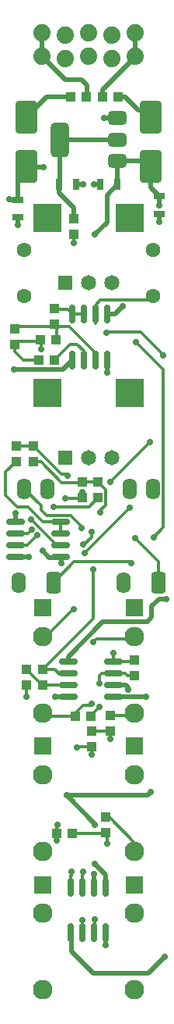
<source format=gbr>
%TF.GenerationSoftware,KiCad,Pcbnew,9.0.6*%
%TF.CreationDate,2025-12-14T16:09:08-05:00*%
%TF.ProjectId,active-vactrol-vca-board,61637469-7665-42d7-9661-6374726f6c2d,rev?*%
%TF.SameCoordinates,Original*%
%TF.FileFunction,Copper,L4,Bot*%
%TF.FilePolarity,Positive*%
%FSLAX46Y46*%
G04 Gerber Fmt 4.6, Leading zero omitted, Abs format (unit mm)*
G04 Created by KiCad (PCBNEW 9.0.6) date 2025-12-14 16:09:08*
%MOMM*%
%LPD*%
G01*
G04 APERTURE LIST*
G04 Aperture macros list*
%AMRoundRect*
0 Rectangle with rounded corners*
0 $1 Rounding radius*
0 $2 $3 $4 $5 $6 $7 $8 $9 X,Y pos of 4 corners*
0 Add a 4 corners polygon primitive as box body*
4,1,4,$2,$3,$4,$5,$6,$7,$8,$9,$2,$3,0*
0 Add four circle primitives for the rounded corners*
1,1,$1+$1,$2,$3*
1,1,$1+$1,$4,$5*
1,1,$1+$1,$6,$7*
1,1,$1+$1,$8,$9*
0 Add four rect primitives between the rounded corners*
20,1,$1+$1,$2,$3,$4,$5,0*
20,1,$1+$1,$4,$5,$6,$7,0*
20,1,$1+$1,$6,$7,$8,$9,0*
20,1,$1+$1,$8,$9,$2,$3,0*%
G04 Aperture macros list end*
%TA.AperFunction,SMDPad,CuDef*%
%ADD10R,1.000000X1.000000*%
%TD*%
%TA.AperFunction,ComponentPad*%
%ADD11R,1.930000X1.830000*%
%TD*%
%TA.AperFunction,ComponentPad*%
%ADD12C,2.130000*%
%TD*%
%TA.AperFunction,ComponentPad*%
%ADD13R,1.650000X1.650000*%
%TD*%
%TA.AperFunction,ComponentPad*%
%ADD14C,1.650000*%
%TD*%
%TA.AperFunction,ComponentPad*%
%ADD15R,3.116000X3.116000*%
%TD*%
%TA.AperFunction,ComponentPad*%
%ADD16RoundRect,0.249630X0.535370X-0.895370X0.535370X0.895370X-0.535370X0.895370X-0.535370X-0.895370X0*%
%TD*%
%TA.AperFunction,ComponentPad*%
%ADD17O,1.570000X2.290000*%
%TD*%
%TA.AperFunction,SMDPad,CuDef*%
%ADD18RoundRect,0.250000X-0.900000X1.500000X-0.900000X-1.500000X0.900000X-1.500000X0.900000X1.500000X0*%
%TD*%
%TA.AperFunction,SMDPad,CuDef*%
%ADD19R,0.700000X1.300000*%
%TD*%
%TA.AperFunction,SMDPad,CuDef*%
%ADD20R,1.300000X0.700000*%
%TD*%
%TA.AperFunction,SMDPad,CuDef*%
%ADD21RoundRect,0.150000X-0.150000X0.825000X-0.150000X-0.825000X0.150000X-0.825000X0.150000X0.825000X0*%
%TD*%
%TA.AperFunction,SMDPad,CuDef*%
%ADD22RoundRect,0.150000X0.825000X0.150000X-0.825000X0.150000X-0.825000X-0.150000X0.825000X-0.150000X0*%
%TD*%
%TA.AperFunction,ComponentPad*%
%ADD23C,1.600000*%
%TD*%
%TA.AperFunction,SMDPad,CuDef*%
%ADD24RoundRect,0.250000X0.900000X-1.500000X0.900000X1.500000X-0.900000X1.500000X-0.900000X-1.500000X0*%
%TD*%
%TA.AperFunction,ComponentPad*%
%ADD25C,1.879600*%
%TD*%
%TA.AperFunction,SMDPad,CuDef*%
%ADD26RoundRect,0.375000X0.625000X0.375000X-0.625000X0.375000X-0.625000X-0.375000X0.625000X-0.375000X0*%
%TD*%
%TA.AperFunction,SMDPad,CuDef*%
%ADD27RoundRect,0.500000X0.500000X1.400000X-0.500000X1.400000X-0.500000X-1.400000X0.500000X-1.400000X0*%
%TD*%
%TA.AperFunction,ViaPad*%
%ADD28C,0.700000*%
%TD*%
%TA.AperFunction,Conductor*%
%ADD29C,0.500000*%
%TD*%
%TA.AperFunction,Conductor*%
%ADD30C,0.300000*%
%TD*%
G04 APERTURE END LIST*
D10*
%TO.P,L2,1,1*%
%TO.N,/-12V_In*%
X109750000Y-119900000D03*
%TO.P,L2,2,2*%
%TO.N,Net-(D2-K)*%
X108050000Y-119900000D03*
%TD*%
%TO.P,L1,1,1*%
%TO.N,/+12V_In*%
X111550000Y-119900000D03*
%TO.P,L1,2,2*%
%TO.N,Net-(D1-A)*%
X113250000Y-119900000D03*
%TD*%
D11*
%TO.P,J1,S*%
%TO.N,GND*%
X105000000Y-175270000D03*
D12*
%TO.P,J1,T*%
%TO.N,L_CV_INPUT*%
X105000000Y-186670000D03*
%TO.P,J1,TN*%
%TO.N,Net-(J1-PadTN)*%
X105000000Y-178370000D03*
%TD*%
D11*
%TO.P,J3,S*%
%TO.N,GND*%
X105000000Y-205270000D03*
D12*
%TO.P,J3,T*%
%TO.N,L_OUTPUT*%
X105000000Y-216670000D03*
%TO.P,J3,TN*%
%TO.N,unconnected-(J3-PadTN)*%
X105000000Y-208370000D03*
%TD*%
D11*
%TO.P,J2,S*%
%TO.N,GND*%
X105000000Y-190270000D03*
D12*
%TO.P,J2,T*%
%TO.N,/Left Gate/L_IN_UNBUFFERED*%
X105000000Y-201670000D03*
%TO.P,J2,TN*%
%TO.N,unconnected-(J2-PadTN)*%
X105000000Y-193370000D03*
%TD*%
D13*
%TO.P,RV2,1,1*%
%TO.N,/Right Gate/R_CV_BUFFERED*%
X107500000Y-159000000D03*
D14*
%TO.P,RV2,2,2*%
%TO.N,/Right Gate/R_CV_ATTENUATED*%
X110000000Y-159000000D03*
%TO.P,RV2,3,3*%
%TO.N,GND*%
X112500000Y-159000000D03*
D15*
%TO.P,RV2,CHASSIS1*%
%TO.N,N/C*%
X105500000Y-152000000D03*
%TO.P,RV2,CHASSIS2*%
X114500000Y-152000000D03*
%TD*%
D11*
%TO.P,J4,S*%
%TO.N,GND*%
X115000000Y-175270000D03*
D12*
%TO.P,J4,T*%
%TO.N,/Right Gate/R_CV_IN_UNBUFFERED*%
X115000000Y-186670000D03*
%TO.P,J4,TN*%
%TO.N,L_CV_INPUT*%
X115000000Y-178370000D03*
%TD*%
D16*
%TO.P,U6,1,A*%
%TO.N,/Right Gate/R_CV_ATTENUATED*%
X117660000Y-172500000D03*
D17*
%TO.P,U6,2,K*%
%TO.N,GND*%
X113850000Y-172500000D03*
%TO.P,U6,3,R*%
%TO.N,/Right Gate/R_BUFFERED*%
X114490000Y-162340000D03*
%TO.P,U6,4,R*%
%TO.N,/Right Gate/R_VACTROL_OUTPUT*%
X117020000Y-162340000D03*
%TD*%
D13*
%TO.P,RV1,1,1*%
%TO.N,/Left Gate/L_CV_BUFFERED*%
X107500000Y-140000000D03*
D14*
%TO.P,RV1,2,2*%
%TO.N,/Left Gate/L_CV_ATTENUATED*%
X110000000Y-140000000D03*
%TO.P,RV1,3,3*%
%TO.N,GND*%
X112500000Y-140000000D03*
D15*
%TO.P,RV1,CHASSIS1*%
%TO.N,N/C*%
X105500000Y-133000000D03*
%TO.P,RV1,CHASSIS2*%
X114500000Y-133000000D03*
%TD*%
D11*
%TO.P,J6,S*%
%TO.N,GND*%
X115000000Y-205270000D03*
D12*
%TO.P,J6,T*%
%TO.N,/Right Gate/R_OUT_BUFFERED*%
X115000000Y-216670000D03*
%TO.P,J6,TN*%
%TO.N,unconnected-(J6-PadTN)*%
X115000000Y-208370000D03*
%TD*%
D11*
%TO.P,J5,S*%
%TO.N,GND*%
X115000000Y-190270000D03*
D12*
%TO.P,J5,T*%
%TO.N,/Right Gate/R_IN_UNBUFFERED*%
X115000000Y-201670000D03*
%TO.P,J5,TN*%
%TO.N,L_OUTPUT*%
X115000000Y-193370000D03*
%TD*%
D16*
%TO.P,U5,1,A*%
%TO.N,/Left Gate/L_CV_ATTENUATED*%
X106160000Y-172500000D03*
D17*
%TO.P,U5,2,K*%
%TO.N,GND*%
X102350000Y-172500000D03*
%TO.P,U5,3,R*%
%TO.N,/Left Gate/L_BUFFERED*%
X102990000Y-162340000D03*
%TO.P,U5,4,R*%
%TO.N,/Left Gate/L_VACTROL_OUTPUT*%
X105520000Y-162340000D03*
%TD*%
D10*
%TO.P,R11,1*%
%TO.N,Net-(U3A--)*%
X110300000Y-188650000D03*
%TO.P,R11,2*%
%TO.N,/Right Gate/R_CV_BUFFERED*%
X110300000Y-190350000D03*
%TD*%
D18*
%TO.P,D2,1,K*%
%TO.N,Net-(D2-K)*%
X103250000Y-122050000D03*
%TO.P,D2,2,A*%
%TO.N,-12V*%
X103250000Y-127450000D03*
%TD*%
D10*
%TO.P,R20,1*%
%TO.N,Net-(U2A--)*%
X102100000Y-159400000D03*
%TO.P,R20,2*%
%TO.N,Net-(U2B--)*%
X102100000Y-157700000D03*
%TD*%
%TO.P,R4,1*%
%TO.N,Net-(U1B--)*%
X105000000Y-183600000D03*
%TO.P,R4,2*%
%TO.N,/Left Gate/L_BUFFERED*%
X105000000Y-181900000D03*
%TD*%
D19*
%TO.P,C6,1*%
%TO.N,GND*%
X108650000Y-129400000D03*
%TO.P,C6,2*%
%TO.N,+5V*%
X106750000Y-129400000D03*
%TD*%
D20*
%TO.P,C1,1*%
%TO.N,-12V*%
X102300000Y-131050000D03*
%TO.P,C1,2*%
%TO.N,GND*%
X102300000Y-132950000D03*
%TD*%
D10*
%TO.P,R18,1*%
%TO.N,Net-(R18-Pad1)*%
X106250000Y-148400000D03*
%TO.P,R18,2*%
%TO.N,/Right Gate/R_OUT_BUFFERED*%
X104550000Y-148400000D03*
%TD*%
%TO.P,R13,1*%
%TO.N,Net-(U3B--)*%
X108250000Y-199700000D03*
%TO.P,R13,2*%
%TO.N,/Right Gate/R_BUFFERED*%
X106550000Y-199700000D03*
%TD*%
%TO.P,R8,1*%
%TO.N,Net-(U2B--)*%
X104000000Y-157750000D03*
%TO.P,R8,2*%
%TO.N,L_OUTPUT*%
X104000000Y-159450000D03*
%TD*%
D21*
%TO.P,U4,1*%
%TO.N,Net-(U4A--)*%
X108195000Y-143425000D03*
%TO.P,U4,2,-*%
X109465000Y-143425000D03*
%TO.P,U4,3,+*%
%TO.N,/Right Gate/R_VACTROL_OUTPUT*%
X110735000Y-143425000D03*
%TO.P,U4,4,V-*%
%TO.N,-12V*%
X112005000Y-143425000D03*
%TO.P,U4,5,+*%
%TO.N,GND*%
X112005000Y-148375000D03*
%TO.P,U4,6,-*%
%TO.N,Net-(U4B--)*%
X110735000Y-148375000D03*
%TO.P,U4,7*%
%TO.N,Net-(R18-Pad1)*%
X109465000Y-148375000D03*
%TO.P,U4,8,V+*%
%TO.N,+12V*%
X108195000Y-148375000D03*
%TD*%
D22*
%TO.P,U1,1*%
%TO.N,/Left Gate/L_CV_BUFFERED*%
X112725000Y-181095000D03*
%TO.P,U1,2,-*%
%TO.N,Net-(U1A--)*%
X112725000Y-182365000D03*
%TO.P,U1,3,+*%
%TO.N,GND*%
X112725000Y-183635000D03*
%TO.P,U1,4,V-*%
%TO.N,-12V*%
X112725000Y-184905000D03*
%TO.P,U1,5,+*%
%TO.N,GND*%
X107775000Y-184905000D03*
%TO.P,U1,6,-*%
%TO.N,Net-(U1B--)*%
X107775000Y-183635000D03*
%TO.P,U1,7*%
%TO.N,/Left Gate/L_BUFFERED*%
X107775000Y-182365000D03*
%TO.P,U1,8,V+*%
%TO.N,+12V*%
X107775000Y-181095000D03*
%TD*%
D10*
%TO.P,C5,1*%
%TO.N,L_OUTPUT*%
X109300000Y-161650000D03*
%TO.P,C5,2*%
%TO.N,Net-(U2B--)*%
X109300000Y-163350000D03*
%TD*%
%TO.P,R19,1*%
%TO.N,Net-(U4A--)*%
X106300000Y-142850000D03*
%TO.P,R19,2*%
%TO.N,Net-(U4B--)*%
X106300000Y-144550000D03*
%TD*%
%TO.P,R12,1*%
%TO.N,/Right Gate/R_IN_UNBUFFERED*%
X111900000Y-197950000D03*
%TO.P,R12,2*%
%TO.N,Net-(U3B--)*%
X111900000Y-199650000D03*
%TD*%
D20*
%TO.P,C2,1*%
%TO.N,+12V*%
X117700000Y-130650000D03*
%TO.P,C2,2*%
%TO.N,GND*%
X117700000Y-132550000D03*
%TD*%
D23*
%TO.P,C7,1*%
%TO.N,/Right Gate/R_VACTROL_OUTPUT*%
X117000000Y-141500000D03*
%TO.P,C7,2*%
%TO.N,GND*%
X117000000Y-136500000D03*
%TD*%
D19*
%TO.P,C3,1*%
%TO.N,GND*%
X111250000Y-129400000D03*
%TO.P,C3,2*%
%TO.N,+12V*%
X113150000Y-129400000D03*
%TD*%
D10*
%TO.P,R9,1*%
%TO.N,Net-(R9-Pad1)*%
X111000000Y-163350000D03*
%TO.P,R9,2*%
%TO.N,L_OUTPUT*%
X111000000Y-161650000D03*
%TD*%
D24*
%TO.P,D1,1,K*%
%TO.N,+12V*%
X116750000Y-127450000D03*
%TO.P,D1,2,A*%
%TO.N,Net-(D1-A)*%
X116750000Y-122050000D03*
%TD*%
D25*
%TO.P,PWR1,1,-12V*%
%TO.N,/-12V_In*%
X104920000Y-112960000D03*
%TO.P,PWR1,2,-12V*%
X104920000Y-115500000D03*
%TO.P,PWR1,3,GND*%
%TO.N,GND*%
X107460000Y-113214000D03*
%TO.P,PWR1,4,GND*%
X107460000Y-115754000D03*
%TO.P,PWR1,5,GND*%
X110000000Y-112960000D03*
%TO.P,PWR1,6,GND*%
X110000000Y-115500000D03*
%TO.P,PWR1,7,GND*%
X112540000Y-113214000D03*
%TO.P,PWR1,8,GND*%
X112540000Y-115754000D03*
%TO.P,PWR1,9,+12V*%
%TO.N,/+12V_In*%
X115080000Y-112960000D03*
%TO.P,PWR1,10,+12V*%
X115080000Y-115500000D03*
%TD*%
D10*
%TO.P,R1,1*%
%TO.N,L_CV_INPUT*%
X108550000Y-187000000D03*
%TO.P,R1,2*%
%TO.N,Net-(U1A--)*%
X110250000Y-187000000D03*
%TD*%
D22*
%TO.P,U2,1*%
%TO.N,Net-(U2A--)*%
X106975000Y-165940000D03*
%TO.P,U2,2,-*%
X106975000Y-167210000D03*
%TO.P,U2,3,+*%
%TO.N,/Left Gate/L_VACTROL_OUTPUT*%
X106975000Y-168480000D03*
%TO.P,U2,4,V-*%
%TO.N,-12V*%
X106975000Y-169750000D03*
%TO.P,U2,5,+*%
%TO.N,GND*%
X102025000Y-169750000D03*
%TO.P,U2,6,-*%
%TO.N,Net-(U2B--)*%
X102025000Y-168480000D03*
%TO.P,U2,7*%
%TO.N,Net-(R9-Pad1)*%
X102025000Y-167210000D03*
%TO.P,U2,8,V+*%
%TO.N,+12V*%
X102025000Y-165940000D03*
%TD*%
D10*
%TO.P,C8,1*%
%TO.N,/Right Gate/R_OUT_BUFFERED*%
X102000000Y-146700000D03*
%TO.P,C8,2*%
%TO.N,Net-(U4B--)*%
X102000000Y-145000000D03*
%TD*%
D21*
%TO.P,U3,1*%
%TO.N,/Right Gate/R_CV_BUFFERED*%
X108095000Y-205525000D03*
%TO.P,U3,2,-*%
%TO.N,Net-(U3A--)*%
X109365000Y-205525000D03*
%TO.P,U3,3,+*%
%TO.N,GND*%
X110635000Y-205525000D03*
%TO.P,U3,4,V-*%
%TO.N,-12V*%
X111905000Y-205525000D03*
%TO.P,U3,5,+*%
%TO.N,GND*%
X111905000Y-210475000D03*
%TO.P,U3,6,-*%
%TO.N,Net-(U3B--)*%
X110635000Y-210475000D03*
%TO.P,U3,7*%
%TO.N,/Right Gate/R_BUFFERED*%
X109365000Y-210475000D03*
%TO.P,U3,8,V+*%
%TO.N,+12V*%
X108095000Y-210475000D03*
%TD*%
D10*
%TO.P,R17,1*%
%TO.N,Net-(U4B--)*%
X106450000Y-146200000D03*
%TO.P,R17,2*%
%TO.N,/Right Gate/R_OUT_BUFFERED*%
X104750000Y-146200000D03*
%TD*%
D23*
%TO.P,C4,1*%
%TO.N,/Left Gate/L_VACTROL_OUTPUT*%
X103000000Y-141500000D03*
%TO.P,C4,2*%
%TO.N,GND*%
X103000000Y-136500000D03*
%TD*%
D26*
%TO.P,U7,1,GND*%
%TO.N,GND*%
X113150000Y-122200000D03*
%TO.P,U7,2,VO*%
%TO.N,+5V*%
X113150000Y-124500000D03*
D27*
X106850000Y-124500000D03*
D26*
%TO.P,U7,3,VI*%
%TO.N,+12V*%
X113150000Y-126800000D03*
%TD*%
D10*
%TO.P,R10,1*%
%TO.N,/Right Gate/R_CV_IN_UNBUFFERED*%
X112400000Y-186950000D03*
%TO.P,R10,2*%
%TO.N,Net-(U3A--)*%
X112400000Y-188650000D03*
%TD*%
%TO.P,R3,1*%
%TO.N,/Left Gate/L_IN_UNBUFFERED*%
X103200000Y-183600000D03*
%TO.P,R3,2*%
%TO.N,Net-(U1B--)*%
X103200000Y-181900000D03*
%TD*%
%TO.P,R2,1*%
%TO.N,Net-(U1A--)*%
X115000000Y-182650000D03*
%TO.P,R2,2*%
%TO.N,/Left Gate/L_CV_BUFFERED*%
X115000000Y-180950000D03*
%TD*%
%TO.P,R5,1*%
%TO.N,+5V*%
X108400000Y-133050000D03*
%TO.P,R5,2*%
%TO.N,Net-(J1-PadTN)*%
X108400000Y-134750000D03*
%TD*%
D28*
%TO.N,GND*%
X117700000Y-133400000D03*
X102300000Y-133800000D03*
X109400000Y-129400000D03*
X111700000Y-122200000D03*
X112000000Y-149800000D03*
X111900000Y-211800000D03*
X103500000Y-169750000D03*
X110635000Y-204100000D03*
X110600000Y-129400000D03*
X114300000Y-184100000D03*
X106400000Y-184900000D03*
%TO.N,-12V*%
X116300000Y-184900000D03*
X110700000Y-198800000D03*
X110700000Y-203000000D03*
X101350001Y-131000000D03*
X105100000Y-127500000D03*
X107000000Y-170400000D03*
X105000000Y-169100000D03*
X107600000Y-195600000D03*
X113700000Y-142600000D03*
X116750000Y-195250000D03*
%TO.N,+12V*%
X102015686Y-164984314D03*
X118300000Y-213100000D03*
X110700000Y-134800000D03*
X101851000Y-149400000D03*
X117700000Y-131649998D03*
X118500000Y-174300000D03*
%TO.N,/Left Gate/L_VACTROL_OUTPUT*%
X103755025Y-165644975D03*
%TO.N,L_OUTPUT*%
X111300000Y-164900000D03*
%TO.N,/Right Gate/R_OUT_BUFFERED*%
X111955025Y-145444975D03*
X118100000Y-147929000D03*
X104800000Y-147200000D03*
%TO.N,Net-(U3A--)*%
X112400000Y-189500000D03*
X109400000Y-203900000D03*
%TO.N,Net-(J1-PadTN)*%
X108400000Y-175400000D03*
X108400000Y-135700000D03*
%TO.N,/Left Gate/L_IN_UNBUFFERED*%
X103200000Y-184900000D03*
%TO.N,L_CV_INPUT*%
X110500000Y-179000000D03*
X110350469Y-185702844D03*
%TO.N,Net-(U1A--)*%
X111200000Y-186000000D03*
X111200000Y-183500000D03*
%TO.N,/Left Gate/L_CV_BUFFERED*%
X116700000Y-157300000D03*
X112700000Y-180200000D03*
X112350000Y-161650000D03*
%TO.N,Net-(U2B--)*%
X104446473Y-167415102D03*
X109300000Y-162700002D03*
X107719976Y-160930026D03*
X107472000Y-163400000D03*
%TO.N,/Left Gate/L_BUFFERED*%
X109200000Y-166600000D03*
X110500000Y-171100000D03*
%TO.N,Net-(U3B--)*%
X110700000Y-209000000D03*
X112000000Y-200800000D03*
%TO.N,/Right Gate/R_CV_BUFFERED*%
X108700000Y-190400000D03*
X110300000Y-191200000D03*
X108100000Y-203900000D03*
X109447211Y-168413062D03*
X110301000Y-167000000D03*
%TO.N,/Right Gate/R_BUFFERED*%
X106600000Y-198800000D03*
X109600000Y-169300000D03*
X114490000Y-164400000D03*
X106500000Y-200500000D03*
X109300000Y-209100000D03*
%TO.N,/Left Gate/L_CV_ATTENUATED*%
X114627512Y-170417462D03*
X117100000Y-167600000D03*
X115200000Y-146500000D03*
%TO.N,/Right Gate/R_CV_ATTENUATED*%
X115100000Y-167700000D03*
%TO.N,Net-(R9-Pad1)*%
X103810076Y-166778704D03*
X106200000Y-164300000D03*
%TD*%
D29*
%TO.N,GND*%
X110600000Y-129400000D02*
X111250000Y-129400000D01*
X107775000Y-184905000D02*
X106405000Y-184905000D01*
X111700000Y-122200000D02*
X113150000Y-122200000D01*
X112005000Y-149795000D02*
X112000000Y-149800000D01*
X114300000Y-184100000D02*
X114300000Y-183894414D01*
X110635000Y-204100000D02*
X110635000Y-205525000D01*
X102300000Y-132950000D02*
X102300000Y-133800000D01*
X111905000Y-210475000D02*
X111905000Y-211795000D01*
X111905000Y-211795000D02*
X111900000Y-211800000D01*
X114040586Y-183635000D02*
X112725000Y-183635000D01*
X109400000Y-129400000D02*
X108650000Y-129400000D01*
X114300000Y-183894414D02*
X114040586Y-183635000D01*
X112005000Y-148375000D02*
X112005000Y-149795000D01*
X106405000Y-184905000D02*
X106400000Y-184900000D01*
X102025000Y-169750000D02*
X103500000Y-169750000D01*
X117700000Y-132550000D02*
X117700000Y-133400000D01*
%TO.N,-12V*%
X107000000Y-169800000D02*
X106975000Y-169775000D01*
X116400000Y-195600000D02*
X107600000Y-195600000D01*
X101350001Y-131000000D02*
X101400001Y-131050000D01*
X105700000Y-169800000D02*
X106925000Y-169800000D01*
X103300000Y-127500000D02*
X103250000Y-127450000D01*
X112875000Y-143425000D02*
X113700000Y-142600000D01*
X105100000Y-127500000D02*
X103300000Y-127500000D01*
X105000000Y-169100000D02*
X105700000Y-169800000D01*
X112730000Y-184900000D02*
X112725000Y-184905000D01*
X101400001Y-131050000D02*
X102300000Y-131050000D01*
X102300000Y-128400000D02*
X103250000Y-127450000D01*
X102300000Y-131050000D02*
X102300000Y-128400000D01*
X116300000Y-184900000D02*
X112730000Y-184900000D01*
X110700000Y-203032214D02*
X111905000Y-204237214D01*
X111905000Y-204237214D02*
X111905000Y-205525000D01*
X112005000Y-143425000D02*
X112875000Y-143425000D01*
X116750000Y-195250000D02*
X116400000Y-195600000D01*
X110700000Y-203000000D02*
X110700000Y-203032214D01*
X107000000Y-170400000D02*
X107000000Y-169800000D01*
X106925000Y-169800000D02*
X106975000Y-169750000D01*
X107600000Y-195600000D02*
X110700000Y-198700000D01*
X110700000Y-198700000D02*
X110700000Y-198800000D01*
%TO.N,+12V*%
X118500000Y-174300000D02*
X117700000Y-174300000D01*
X108100000Y-212500000D02*
X108100000Y-210480000D01*
X110700000Y-134800000D02*
X112000000Y-133500000D01*
X111567214Y-176800000D02*
X107775000Y-180592214D01*
X110500000Y-214900000D02*
X108100000Y-212500000D01*
X107775000Y-180592214D02*
X107775000Y-181095000D01*
X113150000Y-126800000D02*
X113150000Y-129400000D01*
X107170000Y-149400000D02*
X101851000Y-149400000D01*
X118300000Y-213100000D02*
X116500000Y-214900000D01*
X113150000Y-126800000D02*
X116100000Y-126800000D01*
X102025000Y-164993628D02*
X102015686Y-164984314D01*
X117700000Y-174300000D02*
X116900000Y-175100000D01*
X108100000Y-210480000D02*
X108095000Y-210475000D01*
X108195000Y-148375000D02*
X107170000Y-149400000D01*
X112000000Y-133500000D02*
X112000000Y-130550000D01*
X116100000Y-126800000D02*
X116750000Y-127450000D01*
X117700000Y-130650000D02*
X117700000Y-131649998D01*
X102025000Y-165940000D02*
X102025000Y-164993628D01*
X112000000Y-130550000D02*
X113150000Y-129400000D01*
X116900000Y-176300000D02*
X116400000Y-176800000D01*
X116750000Y-129700000D02*
X117700000Y-130650000D01*
X116500000Y-214900000D02*
X110500000Y-214900000D01*
X116750000Y-127450000D02*
X116750000Y-129700000D01*
X116400000Y-176800000D02*
X111567214Y-176800000D01*
X116900000Y-175100000D02*
X116900000Y-176300000D01*
D30*
%TO.N,/Left Gate/L_VACTROL_OUTPUT*%
X103822735Y-165800000D02*
X106502735Y-168480000D01*
X103822735Y-165712685D02*
X103822735Y-165800000D01*
X106502735Y-168480000D02*
X106975000Y-168480000D01*
X103755025Y-165644975D02*
X103822735Y-165712685D01*
%TO.N,L_OUTPUT*%
X109250000Y-161700000D02*
X109300000Y-161650000D01*
X111300000Y-164900000D02*
X111300000Y-164690834D01*
X111851000Y-164139834D02*
X111851000Y-162501000D01*
X107050000Y-161700000D02*
X109250000Y-161700000D01*
X111300000Y-164690834D02*
X111851000Y-164139834D01*
X111851000Y-162501000D02*
X111000000Y-161650000D01*
X111000000Y-161650000D02*
X109300000Y-161650000D01*
X104000000Y-159450000D02*
X104800000Y-159450000D01*
X104800000Y-159450000D02*
X107050000Y-161700000D01*
%TO.N,/Right Gate/R_VACTROL_OUTPUT*%
X110735000Y-143425000D02*
X110735000Y-142450001D01*
X110735000Y-143425000D02*
X110735000Y-144399999D01*
X116600000Y-141900000D02*
X117000000Y-141500000D01*
X111285001Y-141900000D02*
X116600000Y-141900000D01*
X110735000Y-142450001D02*
X111285001Y-141900000D01*
%TO.N,/Right Gate/R_OUT_BUFFERED*%
X104550000Y-146400000D02*
X102300000Y-146400000D01*
X104750000Y-146200000D02*
X104550000Y-146400000D01*
X102300000Y-146400000D02*
X102000000Y-146700000D01*
X104800000Y-146250000D02*
X104750000Y-146200000D01*
X104650000Y-146200000D02*
X104450000Y-146400000D01*
X118100000Y-147800000D02*
X115700000Y-145400000D01*
X102000000Y-147500000D02*
X102000000Y-146700000D01*
X102900000Y-148400000D02*
X102000000Y-147500000D01*
X104750000Y-146200000D02*
X104650000Y-146200000D01*
X104550000Y-148400000D02*
X102900000Y-148400000D01*
X115700000Y-145400000D02*
X112000000Y-145400000D01*
X118100000Y-147929000D02*
X118100000Y-147800000D01*
X104800000Y-147200000D02*
X104800000Y-146250000D01*
X112000000Y-145400000D02*
X111955025Y-145444975D01*
D29*
%TO.N,Net-(D1-A)*%
X113312500Y-119900000D02*
X114000000Y-119900000D01*
X114000000Y-119900000D02*
X115400000Y-121300000D01*
X117300000Y-121500000D02*
X116750000Y-122050000D01*
X116000000Y-121300000D02*
X116750000Y-122050000D01*
X116137500Y-122662500D02*
X116750000Y-122050000D01*
X115400000Y-121300000D02*
X116000000Y-121300000D01*
%TO.N,Net-(D2-K)*%
X105400000Y-119900000D02*
X107987500Y-119900000D01*
X102587500Y-121387500D02*
X103250000Y-122050000D01*
X103862500Y-122662500D02*
X103250000Y-122050000D01*
X103250000Y-122050000D02*
X105400000Y-119900000D01*
D30*
%TO.N,Net-(U4B--)*%
X107851000Y-144751000D02*
X110735000Y-147635000D01*
X102000000Y-145000000D02*
X102200000Y-144800000D01*
X102200000Y-144800000D02*
X106050000Y-144800000D01*
X106300000Y-144550000D02*
X106500000Y-144750000D01*
X106500000Y-144750000D02*
X106500000Y-146050000D01*
X106500000Y-146050000D02*
X106450000Y-146100000D01*
X106400000Y-144550000D02*
X106601000Y-144751000D01*
X106450000Y-146100000D02*
X106450000Y-146200000D01*
X110735000Y-147635000D02*
X110735000Y-148375000D01*
X106300000Y-144550000D02*
X106400000Y-144550000D01*
X106601000Y-144751000D02*
X107851000Y-144751000D01*
X106050000Y-144800000D02*
X106300000Y-144550000D01*
%TO.N,Net-(U1B--)*%
X107775000Y-183635000D02*
X105035000Y-183635000D01*
X104900000Y-183600000D02*
X103200000Y-181900000D01*
D29*
X105000000Y-183600000D02*
X104900000Y-183600000D01*
X105035000Y-183635000D02*
X105000000Y-183600000D01*
D30*
%TO.N,Net-(U3A--)*%
X109365000Y-203935000D02*
X109400000Y-203900000D01*
X109365000Y-205525000D02*
X109365000Y-203935000D01*
X112400000Y-188650000D02*
X110300000Y-188650000D01*
X112400000Y-189500000D02*
X112400000Y-188650000D01*
D29*
%TO.N,+5V*%
X106850000Y-129300000D02*
X106750000Y-129400000D01*
X106850000Y-124500000D02*
X106850000Y-129300000D01*
X106750000Y-129950000D02*
X106800000Y-130000000D01*
X106800000Y-130300000D02*
X108400000Y-131900000D01*
X108400000Y-131900000D02*
X108400000Y-133050000D01*
X106750000Y-129400000D02*
X106750000Y-129950000D01*
X113150000Y-124500000D02*
X106850000Y-124500000D01*
X106750000Y-125550000D02*
X106750000Y-124500000D01*
X106800000Y-130000000D02*
X106800000Y-130300000D01*
D30*
%TO.N,Net-(J1-PadTN)*%
X108400000Y-175400000D02*
X108300000Y-175400000D01*
X108300000Y-175400000D02*
X105330000Y-178370000D01*
X105330000Y-178370000D02*
X105000000Y-178370000D01*
X108400000Y-134750000D02*
X108400000Y-135700000D01*
X105000000Y-178370000D02*
X105000000Y-178620000D01*
%TO.N,/Left Gate/L_IN_UNBUFFERED*%
X103200000Y-183600000D02*
X103200000Y-184900000D01*
%TO.N,/Right Gate/R_CV_IN_UNBUFFERED*%
X114970000Y-186950000D02*
X115000000Y-186920000D01*
X112400000Y-186950000D02*
X114970000Y-186950000D01*
%TO.N,L_CV_INPUT*%
X110500000Y-179000000D02*
X110880000Y-178620000D01*
X110880000Y-178620000D02*
X115000000Y-178620000D01*
X109400000Y-185800000D02*
X108550000Y-186650000D01*
X110253313Y-185800000D02*
X109400000Y-185800000D01*
X110350469Y-185702844D02*
X110253313Y-185800000D01*
X108550000Y-186650000D02*
X108550000Y-187000000D01*
X105080000Y-187000000D02*
X108550000Y-187000000D01*
X105000000Y-186920000D02*
X105080000Y-187000000D01*
%TO.N,/Right Gate/R_IN_UNBUFFERED*%
X112250000Y-197950000D02*
X111900000Y-197950000D01*
X115000000Y-201920000D02*
X115000000Y-200700000D01*
X115000000Y-200700000D02*
X112250000Y-197950000D01*
D29*
%TO.N,/+12V_In*%
X115080000Y-115520000D02*
X111487500Y-119112500D01*
X115080000Y-112960000D02*
X115080000Y-115500000D01*
X111487500Y-119112500D02*
X111487500Y-119900000D01*
X115080000Y-115500000D02*
X115080000Y-115520000D01*
%TO.N,/-12V_In*%
X104920000Y-112960000D02*
X104920000Y-115500000D01*
X109200000Y-118000000D02*
X109812500Y-118612500D01*
X104920000Y-115500000D02*
X107420000Y-118000000D01*
X109812500Y-118612500D02*
X109812500Y-119900000D01*
X109912500Y-119800000D02*
X109812500Y-119900000D01*
X107420000Y-118000000D02*
X109200000Y-118000000D01*
D30*
%TO.N,Net-(U1A--)*%
X111200000Y-183500000D02*
X111200000Y-182600000D01*
X115000000Y-182650000D02*
X114250000Y-182650000D01*
X110250000Y-187000000D02*
X110250000Y-186950000D01*
X111200000Y-182600000D02*
X111435000Y-182365000D01*
X111435000Y-182365000D02*
X112725000Y-182365000D01*
X110250000Y-186950000D02*
X111200000Y-186000000D01*
X112760000Y-182400000D02*
X112725000Y-182365000D01*
X114000000Y-182400000D02*
X112760000Y-182400000D01*
X114250000Y-182650000D02*
X114000000Y-182400000D01*
%TO.N,/Left Gate/L_CV_BUFFERED*%
X112730000Y-181100000D02*
X112725000Y-181095000D01*
X114850000Y-181100000D02*
X112730000Y-181100000D01*
X112725000Y-181095000D02*
X112725000Y-180225000D01*
X115000000Y-180950000D02*
X114850000Y-181100000D01*
X112350000Y-161650000D02*
X116700000Y-157300000D01*
X112725000Y-180225000D02*
X112700000Y-180200000D01*
%TO.N,Net-(U2B--)*%
X104384898Y-167415102D02*
X103320000Y-168480000D01*
X107050000Y-160800000D02*
X104000000Y-157750000D01*
X109250000Y-163400000D02*
X109300000Y-163350000D01*
X107472000Y-163400000D02*
X109250000Y-163400000D01*
X103320000Y-168480000D02*
X102025000Y-168480000D01*
X102100000Y-157700000D02*
X103950000Y-157700000D01*
X107589950Y-160800000D02*
X107050000Y-160800000D01*
X109300000Y-162700002D02*
X109300000Y-163350000D01*
X104446473Y-167415102D02*
X104384898Y-167415102D01*
X103950000Y-157700000D02*
X104000000Y-157750000D01*
X107719976Y-160930026D02*
X107589950Y-160800000D01*
%TO.N,/Left Gate/L_BUFFERED*%
X108011678Y-165289000D02*
X105938322Y-165289000D01*
X104811475Y-164161475D02*
X102990000Y-162340000D01*
D29*
X107775000Y-182365000D02*
X106765000Y-182365000D01*
D30*
X109200000Y-166600000D02*
X109200000Y-166477322D01*
X104811475Y-164690364D02*
X104811475Y-164161475D01*
X105938322Y-165289000D02*
X105927322Y-165300000D01*
X105927322Y-165300000D02*
X105421111Y-165300000D01*
X106300000Y-181900000D02*
X105000000Y-181900000D01*
X109200000Y-166477322D02*
X108011678Y-165289000D01*
X105421111Y-165300000D02*
X104811475Y-164690364D01*
X105000000Y-181900000D02*
X110500000Y-176400000D01*
X110500000Y-176400000D02*
X110500000Y-171100000D01*
X106765000Y-182365000D02*
X106300000Y-181900000D01*
%TO.N,Net-(U3B--)*%
X112000000Y-200800000D02*
X112000000Y-199750000D01*
X108250000Y-199700000D02*
X111850000Y-199700000D01*
X111850000Y-199700000D02*
X111900000Y-199650000D01*
X112000000Y-199750000D02*
X111900000Y-199650000D01*
X110700000Y-210410000D02*
X110635000Y-210475000D01*
X110700000Y-209000000D02*
X110700000Y-210410000D01*
%TO.N,/Right Gate/R_CV_BUFFERED*%
X109495574Y-168413062D02*
X110301000Y-167607636D01*
X108750000Y-190350000D02*
X110300000Y-190350000D01*
X110301000Y-167607636D02*
X110301000Y-167000000D01*
X110300000Y-190350000D02*
X110300000Y-191200000D01*
X108095000Y-204305000D02*
X108095000Y-205525000D01*
X108100000Y-203900000D02*
X108100000Y-204300000D01*
X108700000Y-190400000D02*
X108750000Y-190350000D01*
X108100000Y-204300000D02*
X108095000Y-204305000D01*
%TO.N,/Right Gate/R_BUFFERED*%
X106550000Y-198850000D02*
X106600000Y-198800000D01*
X114490000Y-164400000D02*
X112590000Y-166300000D01*
X109300000Y-209100000D02*
X109300000Y-210410000D01*
X112590000Y-166300000D02*
X112590000Y-166310000D01*
X112590000Y-166310000D02*
X109600000Y-169300000D01*
X106550000Y-199700000D02*
X106550000Y-198850000D01*
X106500000Y-199750000D02*
X106550000Y-199700000D01*
X109300000Y-210410000D02*
X109365000Y-210475000D01*
X106500000Y-200500000D02*
X106500000Y-199750000D01*
%TO.N,Net-(U2A--)*%
X103400000Y-164300000D02*
X102200000Y-164300000D01*
X100951000Y-160549000D02*
X102100000Y-159400000D01*
X100951000Y-163051000D02*
X100951000Y-160549000D01*
X105040000Y-165940000D02*
X103400000Y-164300000D01*
X106975000Y-165940000D02*
X105040000Y-165940000D01*
X106975000Y-167210000D02*
X106975000Y-165940000D01*
X102200000Y-164300000D02*
X100951000Y-163051000D01*
%TO.N,/Left Gate/L_CV_ATTENUATED*%
X118156000Y-166544000D02*
X117100000Y-167600000D01*
X108415025Y-170244975D02*
X106160000Y-172500000D01*
X115200000Y-146500000D02*
X118156000Y-149456000D01*
X114627512Y-170417462D02*
X114455025Y-170244975D01*
X114455025Y-170244975D02*
X108415025Y-170244975D01*
X118156000Y-149456000D02*
X118156000Y-166544000D01*
%TO.N,/Right Gate/R_CV_ATTENUATED*%
X117660000Y-170260000D02*
X117660000Y-172460000D01*
X115100000Y-167700000D02*
X117660000Y-170260000D01*
%TO.N,Net-(R9-Pad1)*%
X103810076Y-166778704D02*
X103810076Y-166789924D01*
X103400000Y-167200000D02*
X102035000Y-167200000D01*
X103810076Y-166789924D02*
X103400000Y-167200000D01*
X102035000Y-167200000D02*
X102025000Y-167210000D01*
X110050000Y-164300000D02*
X111000000Y-163350000D01*
X106200000Y-164300000D02*
X110050000Y-164300000D01*
%TO.N,Net-(U4A--)*%
X106300000Y-142850000D02*
X106400000Y-142950000D01*
X106400000Y-142950000D02*
X107720000Y-142950000D01*
X109465000Y-143425000D02*
X108195000Y-143425000D01*
X107720000Y-142950000D02*
X108195000Y-143425000D01*
%TO.N,Net-(R18-Pad1)*%
X109465000Y-147400001D02*
X109465000Y-148375000D01*
X107950000Y-146700000D02*
X108764999Y-146700000D01*
X106250000Y-148400000D02*
X107950000Y-146700000D01*
X108764999Y-146700000D02*
X109465000Y-147400001D01*
%TD*%
M02*

</source>
